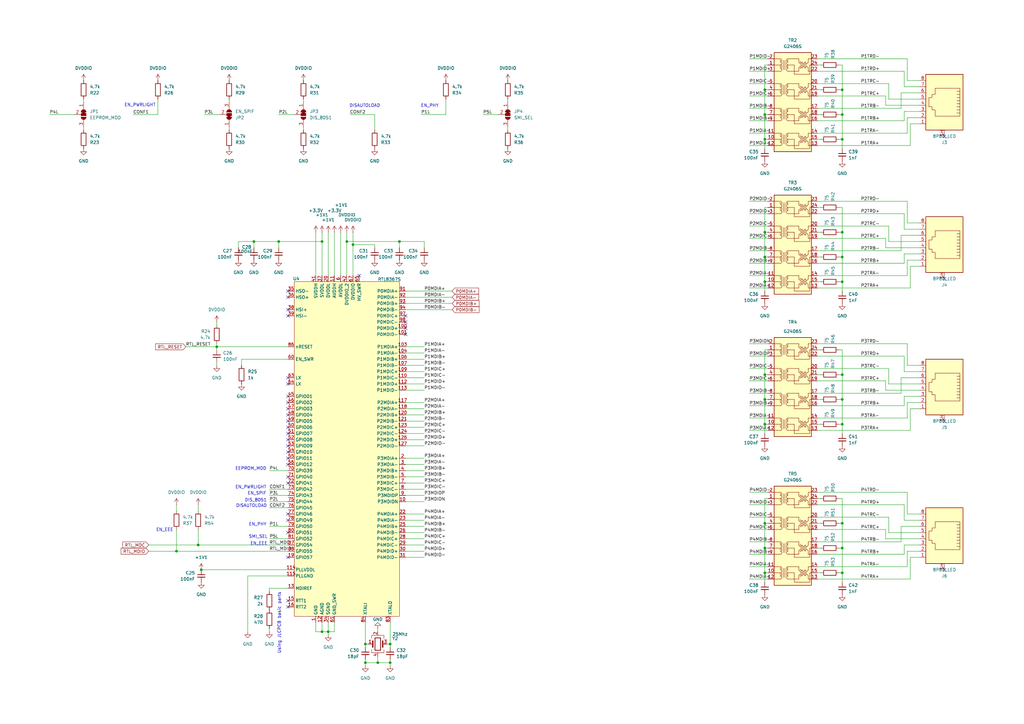
<source format=kicad_sch>
(kicad_sch (version 20231120) (generator "eeschema") (generator_version "8.0")
  (paper "A3")
  (title_block (title "Raspberry Pi 4 Port Gigabit Managed Switch") (date "2025-03-03") (company "Albrecht Lohofener"))
  (junction (at 345.44 95.25))
  (junction (at 313.69 214.63))
  (junction (at 149.86 271.78))
  (junction (at 160.02 271.78))
  (junction (at 345.44 105.41))
  (junction (at 345.44 46.99))
  (junction (at 82.55 233.68))
  (junction (at 313.69 36.83))
  (junction (at 313.69 115.57))
  (junction (at 142.24 99.06))
  (junction (at 88.9 142.24))
  (junction (at 104.14 99.06))
  (junction (at 313.69 173.99))
  (junction (at 81.28 223.52))
  (junction (at 345.44 173.99))
  (junction (at 345.44 214.63))
  (junction (at 313.69 224.79))
  (junction (at 132.08 259.08))
  (junction (at 313.69 95.25))
  (junction (at 345.44 57.15))
  (junction (at 114.3 99.06))
  (junction (at 345.44 163.83))
  (junction (at 134.62 259.08))
  (junction (at 313.69 57.15))
  (junction (at 345.44 36.83))
  (junction (at 313.69 234.95))
  (junction (at 154.94 271.78))
  (junction (at 72.39 226.06))
  (junction (at 149.86 264.16))
  (junction (at 345.44 224.79))
  (junction (at 313.69 153.67))
  (junction (at 345.44 115.57))
  (junction (at 345.44 234.95))
  (junction (at 132.08 99.06))
  (junction (at 160.02 264.16))
  (junction (at 345.44 153.67))
  (junction (at 313.69 46.99))
  (junction (at 144.78 100.33))
  (junction (at 163.83 99.06))
  (junction (at 313.69 105.41))
  (junction (at 313.69 163.83))
  (no_connect (at 118.11 162.56))
  (no_connect (at 118.11 119.38))
  (no_connect (at 118.11 187.96))
  (no_connect (at 118.11 167.64))
  (no_connect (at 118.11 190.5))
  (no_connect (at 118.11 198.12))
  (no_connect (at 118.11 157.48))
  (no_connect (at 387.35 233.68))
  (no_connect (at 118.11 218.44))
  (no_connect (at 118.11 121.92))
  (no_connect (at 387.35 114.3))
  (no_connect (at 118.11 228.6))
  (no_connect (at 387.35 55.88))
  (no_connect (at 118.11 195.58))
  (no_connect (at 118.11 213.36))
  (no_connect (at 166.37 129.54))
  (no_connect (at 118.11 246.38))
  (no_connect (at 387.35 172.72))
  (no_connect (at 118.11 172.72))
  (no_connect (at 147.32 113.03))
  (no_connect (at 118.11 165.1))
  (no_connect (at 118.11 180.34))
  (no_connect (at 166.37 137.16))
  (no_connect (at 118.11 154.94))
  (no_connect (at 118.11 175.26))
  (no_connect (at 118.11 129.54))
  (no_connect (at 118.11 248.92))
  (no_connect (at 166.37 134.62))
  (no_connect (at 118.11 210.82))
  (no_connect (at 166.37 132.08))
  (no_connect (at 118.11 177.8))
  (no_connect (at 118.11 127))
  (no_connect (at 118.11 185.42))
  (no_connect (at 118.11 182.88))
  (no_connect (at 118.11 170.18))
  (wire (pts (xy 344.17 57.15) (xy 345.44 57.15)))
  (wire (pts (xy 372.11 106.68) (xy 372.11 113.03)))
  (wire (pts (xy 364.49 157.48) (xy 377.19 157.48)))
  (wire (pts (xy 149.86 255.27) (xy 149.86 264.16)))
  (wire (pts (xy 370.84 93.98) (xy 377.19 93.98)))
  (wire (pts (xy 344.17 46.99) (xy 345.44 46.99)))
  (wire (pts (xy 173.99 190.5) (xy 166.37 190.5)))
  (wire (pts (xy 335.28 171.45) (xy 372.11 171.45)))
  (wire (pts (xy 369.57 96.52) (xy 369.57 102.87)))
  (wire (pts (xy 370.84 223.52) (xy 370.84 227.33)))
  (wire (pts (xy 132.08 99.06) (xy 132.08 113.03)))
  (wire (pts (xy 345.44 95.25) (xy 345.44 105.41)))
  (wire (pts (xy 173.99 149.86) (xy 166.37 149.86)))
  (wire (pts (xy 173.99 213.36) (xy 166.37 213.36)))
  (wire (pts (xy 182.88 40.64) (xy 182.88 46.99)))
  (wire (pts (xy 372.11 33.02) (xy 377.19 33.02)))
  (wire (pts (xy 137.16 259.08) (xy 137.16 255.27)))
  (wire (pts (xy 64.77 40.64) (xy 64.77 46.99)))
  (wire (pts (xy 114.3 46.99) (xy 120.65 46.99)))
  (wire (pts (xy 372.11 106.68) (xy 377.19 106.68)))
  (wire (pts (xy 173.99 195.58) (xy 166.37 195.58)))
  (wire (pts (xy 307.34 222.25) (xy 314.96 222.25)))
  (wire (pts (xy 307.34 237.49) (xy 314.96 237.49)))
  (wire (pts (xy 363.22 220.98) (xy 377.19 220.98)))
  (wire (pts (xy 335.28 227.33) (xy 370.84 227.33)))
  (wire (pts (xy 88.9 149.86) (xy 88.9 148.59)))
  (wire (pts (xy 335.28 176.53) (xy 373.38 176.53)))
  (wire (pts (xy 173.99 144.78) (xy 166.37 144.78)))
  (wire (pts (xy 173.99 215.9) (xy 166.37 215.9)))
  (wire (pts (xy 163.83 99.06) (xy 163.83 101.6)))
  (wire (pts (xy 363.22 39.37) (xy 363.22 43.18)))
  (wire (pts (xy 369.57 154.94) (xy 369.57 161.29)))
  (wire (pts (xy 153.67 46.99) (xy 153.67 53.34)))
  (wire (pts (xy 344.17 163.83) (xy 345.44 163.83)))
  (wire (pts (xy 307.34 212.09) (xy 314.96 212.09)))
  (wire (pts (xy 370.84 45.72) (xy 377.19 45.72)))
  (wire (pts (xy 88.9 142.24) (xy 118.11 142.24)))
  (wire (pts (xy 307.34 118.11) (xy 314.96 118.11)))
  (wire (pts (xy 134.62 95.25) (xy 134.62 113.03)))
  (wire (pts (xy 335.28 222.25) (xy 369.57 222.25)))
  (wire (pts (xy 313.69 234.95) (xy 314.96 234.95)))
  (wire (pts (xy 335.28 217.17) (xy 363.22 217.17)))
  (wire (pts (xy 370.84 45.72) (xy 370.84 49.53)))
  (wire (pts (xy 114.3 99.06) (xy 114.3 101.6)))
  (wire (pts (xy 373.38 167.64) (xy 377.19 167.64)))
  (wire (pts (xy 72.39 209.55) (xy 72.39 207.01)))
  (wire (pts (xy 313.69 46.99) (xy 313.69 57.15)))
  (wire (pts (xy 160.02 273.05) (xy 160.02 271.78)))
  (wire (pts (xy 372.11 226.06) (xy 372.11 232.41)))
  (wire (pts (xy 104.14 99.06) (xy 104.14 101.6)))
  (wire (pts (xy 335.28 146.05) (xy 370.84 146.05)))
  (wire (pts (xy 313.69 85.09) (xy 314.96 85.09)))
  (wire (pts (xy 370.84 207.01) (xy 370.84 213.36)))
  (wire (pts (xy 372.11 140.97) (xy 372.11 149.86)))
  (wire (pts (xy 335.28 163.83) (xy 336.55 163.83)))
  (wire (pts (xy 313.69 95.25) (xy 313.69 105.41)))
  (wire (pts (xy 335.28 234.95) (xy 336.55 234.95)))
  (wire (pts (xy 142.24 99.06) (xy 142.24 113.03)))
  (wire (pts (xy 134.62 255.27) (xy 134.62 259.08)))
  (wire (pts (xy 173.99 165.1) (xy 166.37 165.1)))
  (wire (pts (xy 134.62 259.08) (xy 137.16 259.08)))
  (wire (pts (xy 335.28 107.95) (xy 370.84 107.95)))
  (wire (pts (xy 104.14 99.06) (xy 114.3 99.06)))
  (wire (pts (xy 149.86 264.16) (xy 151.13 264.16)))
  (wire (pts (xy 60.96 223.52) (xy 81.28 223.52)))
  (wire (pts (xy 335.28 34.29) (xy 364.49 34.29)))
  (wire (pts (xy 335.28 29.21) (xy 370.84 29.21)))
  (wire (pts (xy 335.28 214.63) (xy 336.55 214.63)))
  (wire (pts (xy 154.94 269.24) (xy 154.94 271.78)))
  (wire (pts (xy 335.28 204.47) (xy 336.55 204.47)))
  (wire (pts (xy 313.69 143.51) (xy 313.69 153.67)))
  (wire (pts (xy 313.69 36.83) (xy 313.69 46.99)))
  (wire (pts (xy 173.99 177.8) (xy 166.37 177.8)))
  (wire (pts (xy 93.98 52.07) (xy 93.98 53.34)))
  (wire (pts (xy 88.9 142.24) (xy 88.9 143.51)))
  (wire (pts (xy 173.99 147.32) (xy 166.37 147.32)))
  (wire (pts (xy 143.51 46.99) (xy 153.67 46.99)))
  (wire (pts (xy 335.28 224.79) (xy 336.55 224.79)))
  (wire (pts (xy 335.28 57.15) (xy 336.55 57.15)))
  (wire (pts (xy 372.11 149.86) (xy 377.19 149.86)))
  (wire (pts (xy 313.69 173.99) (xy 314.96 173.99)))
  (wire (pts (xy 307.34 146.05) (xy 314.96 146.05)))
  (wire (pts (xy 185.42 127) (xy 166.37 127)))
  (wire (pts (xy 34.29 52.07) (xy 34.29 53.34)))
  (wire (pts (xy 307.34 82.55) (xy 314.96 82.55)))
  (wire (pts (xy 335.28 105.41) (xy 336.55 105.41)))
  (wire (pts (xy 335.28 232.41) (xy 372.11 232.41)))
  (wire (pts (xy 81.28 207.01) (xy 81.28 209.55)))
  (wire (pts (xy 101.6 236.22) (xy 118.11 236.22)))
  (wire (pts (xy 173.99 154.94) (xy 166.37 154.94)))
  (wire (pts (xy 345.44 214.63) (xy 345.44 224.79)))
  (wire (pts (xy 34.29 40.64) (xy 34.29 41.91)))
  (wire (pts (xy 208.28 40.64) (xy 208.28 41.91)))
  (wire (pts (xy 173.99 160.02) (xy 166.37 160.02)))
  (wire (pts (xy 82.55 233.68) (xy 118.11 233.68)))
  (wire (pts (xy 124.46 40.64) (xy 124.46 41.91)))
  (wire (pts (xy 344.17 224.79) (xy 345.44 224.79)))
  (wire (pts (xy 132.08 255.27) (xy 132.08 259.08)))
  (wire (pts (xy 72.39 217.17) (xy 72.39 226.06)))
  (wire (pts (xy 110.49 203.2) (xy 118.11 203.2)))
  (wire (pts (xy 144.78 100.33) (xy 144.78 113.03)))
  (wire (pts (xy 173.99 210.82) (xy 166.37 210.82)))
  (wire (pts (xy 110.49 205.74) (xy 118.11 205.74)))
  (wire (pts (xy 160.02 264.16) (xy 160.02 265.43)))
  (wire (pts (xy 372.11 48.26) (xy 377.19 48.26)))
  (wire (pts (xy 345.44 105.41) (xy 345.44 115.57)))
  (wire (pts (xy 370.84 35.56) (xy 377.19 35.56)))
  (wire (pts (xy 160.02 271.78) (xy 160.02 270.51)))
  (wire (pts (xy 335.28 166.37) (xy 370.84 166.37)))
  (wire (pts (xy 335.28 115.57) (xy 336.55 115.57)))
  (wire (pts (xy 99.06 147.32) (xy 118.11 147.32)))
  (wire (pts (xy 173.99 193.04) (xy 166.37 193.04)))
  (wire (pts (xy 173.99 170.18) (xy 166.37 170.18)))
  (wire (pts (xy 20.32 46.99) (xy 30.48 46.99)))
  (wire (pts (xy 335.28 95.25) (xy 336.55 95.25)))
  (wire (pts (xy 335.28 201.93) (xy 372.11 201.93)))
  (wire (pts (xy 173.99 172.72) (xy 166.37 172.72)))
  (wire (pts (xy 137.16 95.25) (xy 137.16 113.03)))
  (wire (pts (xy 345.44 36.83) (xy 345.44 46.99)))
  (wire (pts (xy 313.69 214.63) (xy 313.69 224.79)))
  (wire (pts (xy 372.11 24.13) (xy 372.11 33.02)))
  (wire (pts (xy 373.38 167.64) (xy 373.38 176.53)))
  (wire (pts (xy 370.84 213.36) (xy 377.19 213.36)))
  (wire (pts (xy 364.49 92.71) (xy 364.49 99.06)))
  (wire (pts (xy 313.69 163.83) (xy 314.96 163.83)))
  (wire (pts (xy 363.22 156.21) (xy 363.22 160.02)))
  (wire (pts (xy 372.11 82.55) (xy 372.11 91.44)))
  (wire (pts (xy 335.28 46.99) (xy 336.55 46.99)))
  (wire (pts (xy 370.84 162.56) (xy 370.84 166.37)))
  (wire (pts (xy 335.28 113.03) (xy 372.11 113.03)))
  (wire (pts (xy 173.99 180.34) (xy 166.37 180.34)))
  (wire (pts (xy 372.11 91.44) (xy 377.19 91.44)))
  (wire (pts (xy 313.69 26.67) (xy 313.69 36.83)))
  (wire (pts (xy 313.69 115.57) (xy 314.96 115.57)))
  (wire (pts (xy 307.34 92.71) (xy 314.96 92.71)))
  (wire (pts (xy 313.69 115.57) (xy 313.69 119.38)))
  (wire (pts (xy 173.99 157.48) (xy 166.37 157.48)))
  (wire (pts (xy 81.28 223.52) (xy 118.11 223.52)))
  (wire (pts (xy 369.57 215.9) (xy 377.19 215.9)))
  (wire (pts (xy 185.42 124.46) (xy 166.37 124.46)))
  (wire (pts (xy 345.44 115.57) (xy 345.44 119.38)))
  (wire (pts (xy 313.69 57.15) (xy 313.69 60.96)))
  (wire (pts (xy 160.02 255.27) (xy 160.02 264.16)))
  (wire (pts (xy 335.28 143.51) (xy 336.55 143.51)))
  (wire (pts (xy 344.17 85.09) (xy 345.44 85.09)))
  (wire (pts (xy 173.99 99.06) (xy 173.99 101.6)))
  (wire (pts (xy 144.78 100.33) (xy 153.67 100.33)))
  (wire (pts (xy 363.22 160.02) (xy 377.19 160.02)))
  (wire (pts (xy 110.49 241.3) (xy 110.49 242.57)))
  (wire (pts (xy 370.84 104.14) (xy 377.19 104.14)))
  (wire (pts (xy 364.49 40.64) (xy 377.19 40.64)))
  (wire (pts (xy 363.22 97.79) (xy 363.22 101.6)))
  (wire (pts (xy 60.96 226.06) (xy 72.39 226.06)))
  (wire (pts (xy 158.75 264.16) (xy 160.02 264.16)))
  (wire (pts (xy 345.44 46.99) (xy 345.44 57.15)))
  (wire (pts (xy 364.49 34.29) (xy 364.49 40.64)))
  (wire (pts (xy 313.69 204.47) (xy 314.96 204.47)))
  (wire (pts (xy 110.49 241.3) (xy 118.11 241.3)))
  (wire (pts (xy 307.34 54.61) (xy 314.96 54.61)))
  (wire (pts (xy 149.86 265.43) (xy 149.86 264.16)))
  (wire (pts (xy 173.99 167.64) (xy 166.37 167.64)))
  (wire (pts (xy 307.34 87.63) (xy 314.96 87.63)))
  (wire (pts (xy 372.11 210.82) (xy 377.19 210.82)))
  (wire (pts (xy 335.28 26.67) (xy 336.55 26.67)))
  (wire (pts (xy 335.28 54.61) (xy 372.11 54.61)))
  (wire (pts (xy 185.42 119.38) (xy 166.37 119.38)))
  (wire (pts (xy 345.44 173.99) (xy 345.44 177.8)))
  (wire (pts (xy 307.34 34.29) (xy 314.96 34.29)))
  (wire (pts (xy 335.28 151.13) (xy 364.49 151.13)))
  (wire (pts (xy 313.69 46.99) (xy 314.96 46.99)))
  (wire (pts (xy 370.84 29.21) (xy 370.84 35.56)))
  (wire (pts (xy 313.69 173.99) (xy 313.69 177.8)))
  (wire (pts (xy 153.67 100.33) (xy 153.67 101.6)))
  (wire (pts (xy 372.11 165.1) (xy 377.19 165.1)))
  (wire (pts (xy 166.37 121.92) (xy 185.42 121.92)))
  (wire (pts (xy 110.49 193.04) (xy 118.11 193.04)))
  (wire (pts (xy 173.99 228.6) (xy 166.37 228.6)))
  (wire (pts (xy 88.9 140.97) (xy 88.9 142.24)))
  (wire (pts (xy 345.44 204.47) (xy 345.44 214.63)))
  (wire (pts (xy 313.69 214.63) (xy 314.96 214.63)))
  (wire (pts (xy 173.99 218.44) (xy 166.37 218.44)))
  (wire (pts (xy 172.72 46.99) (xy 182.88 46.99)))
  (wire (pts (xy 173.99 205.74) (xy 166.37 205.74)))
  (wire (pts (xy 335.28 102.87) (xy 369.57 102.87)))
  (wire (pts (xy 110.49 220.98) (xy 118.11 220.98)))
  (wire (pts (xy 101.6 259.08) (xy 101.6 236.22)))
  (wire (pts (xy 335.28 82.55) (xy 372.11 82.55)))
  (wire (pts (xy 335.28 140.97) (xy 372.11 140.97)))
  (wire (pts (xy 307.34 44.45) (xy 314.96 44.45)))
  (wire (pts (xy 313.69 224.79) (xy 314.96 224.79)))
  (wire (pts (xy 373.38 228.6) (xy 377.19 228.6)))
  (wire (pts (xy 335.28 156.21) (xy 363.22 156.21)))
  (wire (pts (xy 344.17 214.63) (xy 345.44 214.63)))
  (wire (pts (xy 372.11 165.1) (xy 372.11 171.45)))
  (wire (pts (xy 208.28 52.07) (xy 208.28 53.34)))
  (wire (pts (xy 335.28 92.71) (xy 364.49 92.71)))
  (wire (pts (xy 369.57 154.94) (xy 377.19 154.94)))
  (wire (pts (xy 129.54 259.08) (xy 132.08 259.08)))
  (wire (pts (xy 313.69 105.41) (xy 314.96 105.41)))
  (wire (pts (xy 307.34 171.45) (xy 314.96 171.45)))
  (wire (pts (xy 370.84 223.52) (xy 377.19 223.52)))
  (wire (pts (xy 345.44 153.67) (xy 345.44 163.83)))
  (wire (pts (xy 370.84 146.05) (xy 370.84 152.4)))
  (wire (pts (xy 149.86 271.78) (xy 149.86 270.51)))
  (wire (pts (xy 81.28 217.17) (xy 81.28 223.52)))
  (wire (pts (xy 173.99 223.52) (xy 166.37 223.52)))
  (wire (pts (xy 54.61 46.99) (xy 64.77 46.99)))
  (wire (pts (xy 83.82 46.99) (xy 90.17 46.99)))
  (wire (pts (xy 344.17 143.51) (xy 345.44 143.51)))
  (wire (pts (xy 369.57 96.52) (xy 377.19 96.52)))
  (wire (pts (xy 364.49 212.09) (xy 364.49 218.44)))
  (wire (pts (xy 307.34 176.53) (xy 314.96 176.53)))
  (wire (pts (xy 373.38 50.8) (xy 373.38 59.69)))
  (wire (pts (xy 307.34 140.97) (xy 314.96 140.97)))
  (wire (pts (xy 372.11 226.06) (xy 377.19 226.06)))
  (wire (pts (xy 344.17 95.25) (xy 345.44 95.25)))
  (wire (pts (xy 313.69 234.95) (xy 313.69 238.76)))
  (wire (pts (xy 364.49 218.44) (xy 377.19 218.44)))
  (wire (pts (xy 129.54 255.27) (xy 129.54 259.08)))
  (wire (pts (xy 163.83 99.06) (xy 173.99 99.06)))
  (wire (pts (xy 345.44 26.67) (xy 345.44 36.83)))
  (wire (pts (xy 369.57 215.9) (xy 369.57 222.25)))
  (wire (pts (xy 307.34 166.37) (xy 314.96 166.37)))
  (wire (pts (xy 110.49 200.66) (xy 118.11 200.66)))
  (wire (pts (xy 335.28 212.09) (xy 364.49 212.09)))
  (wire (pts (xy 364.49 151.13) (xy 364.49 157.48)))
  (wire (pts (xy 344.17 115.57) (xy 345.44 115.57)))
  (wire (pts (xy 76.2 142.24) (xy 88.9 142.24)))
  (wire (pts (xy 139.7 95.25) (xy 139.7 113.03)))
  (wire (pts (xy 313.69 26.67) (xy 314.96 26.67)))
  (wire (pts (xy 173.99 142.24) (xy 166.37 142.24)))
  (wire (pts (xy 313.69 204.47) (xy 313.69 214.63)))
  (wire (pts (xy 173.99 220.98) (xy 166.37 220.98)))
  (wire (pts (xy 313.69 105.41) (xy 313.69 115.57)))
  (wire (pts (xy 173.99 198.12) (xy 166.37 198.12)))
  (wire (pts (xy 369.57 38.1) (xy 377.19 38.1)))
  (wire (pts (xy 198.12 46.99) (xy 204.47 46.99)))
  (wire (pts (xy 372.11 201.93) (xy 372.11 210.82)))
  (wire (pts (xy 154.94 257.81) (xy 154.94 259.08)))
  (wire (pts (xy 335.28 44.45) (xy 369.57 44.45)))
  (wire (pts (xy 307.34 113.03) (xy 314.96 113.03)))
  (wire (pts (xy 307.34 201.93) (xy 314.96 201.93)))
  (wire (pts (xy 370.84 104.14) (xy 370.84 107.95)))
  (wire (pts (xy 313.69 224.79) (xy 313.69 234.95)))
  (wire (pts (xy 307.34 24.13) (xy 314.96 24.13)))
  (wire (pts (xy 173.99 200.66) (xy 166.37 200.66)))
  (wire (pts (xy 154.94 271.78) (xy 149.86 271.78)))
  (wire (pts (xy 335.28 237.49) (xy 373.38 237.49)))
  (wire (pts (xy 132.08 259.08) (xy 134.62 259.08)))
  (wire (pts (xy 363.22 43.18) (xy 377.19 43.18)))
  (wire (pts (xy 124.46 52.07) (xy 124.46 53.34)))
  (wire (pts (xy 307.34 107.95) (xy 314.96 107.95)))
  (wire (pts (xy 173.99 182.88) (xy 166.37 182.88)))
  (wire (pts (xy 370.84 152.4) (xy 377.19 152.4)))
  (wire (pts (xy 307.34 227.33) (xy 314.96 227.33)))
  (wire (pts (xy 307.34 161.29) (xy 314.96 161.29)))
  (wire (pts (xy 149.86 273.05) (xy 149.86 271.78)))
  (wire (pts (xy 307.34 29.21) (xy 314.96 29.21)))
  (wire (pts (xy 88.9 132.08) (xy 88.9 133.35)))
  (wire (pts (xy 345.44 57.15) (xy 345.44 60.96)))
  (wire (pts (xy 335.28 161.29) (xy 369.57 161.29)))
  (wire (pts (xy 363.22 101.6) (xy 377.19 101.6)))
  (wire (pts (xy 335.28 153.67) (xy 336.55 153.67)))
  (wire (pts (xy 345.44 234.95) (xy 345.44 238.76)))
  (wire (pts (xy 173.99 187.96) (xy 166.37 187.96)))
  (wire (pts (xy 335.28 39.37) (xy 363.22 39.37)))
  (wire (pts (xy 373.38 228.6) (xy 373.38 237.49)))
  (wire (pts (xy 335.28 24.13) (xy 372.11 24.13)))
  (wire (pts (xy 344.17 173.99) (xy 345.44 173.99)))
  (wire (pts (xy 344.17 234.95) (xy 345.44 234.95)))
  (wire (pts (xy 363.22 217.17) (xy 363.22 220.98)))
  (wire (pts (xy 335.28 207.01) (xy 370.84 207.01)))
  (wire (pts (xy 142.24 99.06) (xy 163.83 99.06)))
  (wire (pts (xy 373.38 109.22) (xy 373.38 118.11)))
  (wire (pts (xy 313.69 57.15) (xy 314.96 57.15)))
  (wire (pts (xy 369.57 38.1) (xy 369.57 44.45)))
  (wire (pts (xy 307.34 156.21) (xy 314.96 156.21)))
  (wire (pts (xy 132.08 95.25) (xy 132.08 99.06)))
  (wire (pts (xy 142.24 95.25) (xy 142.24 99.06)))
  (wire (pts (xy 110.49 257.81) (xy 110.49 259.08)))
  (wire (pts (xy 307.34 151.13) (xy 314.96 151.13)))
  (wire (pts (xy 129.54 95.25) (xy 129.54 113.03)))
  (wire (pts (xy 373.38 109.22) (xy 377.19 109.22)))
  (wire (pts (xy 307.34 102.87) (xy 314.96 102.87)))
  (wire (pts (xy 345.44 85.09) (xy 345.44 95.25)))
  (wire (pts (xy 144.78 95.25) (xy 144.78 100.33)))
  (wire (pts (xy 335.28 49.53) (xy 370.84 49.53)))
  (wire (pts (xy 97.79 99.06) (xy 97.79 101.6)))
  (wire (pts (xy 364.49 99.06) (xy 377.19 99.06)))
  (wire (pts (xy 345.44 143.51) (xy 345.44 153.67)))
  (wire (pts (xy 307.34 232.41) (xy 314.96 232.41)))
  (wire (pts (xy 313.69 85.09) (xy 313.69 95.25)))
  (wire (pts (xy 110.49 208.28) (xy 118.11 208.28)))
  (wire (pts (xy 344.17 36.83) (xy 345.44 36.83)))
  (wire (pts (xy 335.28 97.79) (xy 363.22 97.79)))
  (wire (pts (xy 93.98 40.64) (xy 93.98 41.91)))
  (wire (pts (xy 335.28 59.69) (xy 373.38 59.69)))
  (wire (pts (xy 173.99 175.26) (xy 166.37 175.26)))
  (wire (pts (xy 313.69 95.25) (xy 314.96 95.25)))
  (wire (pts (xy 345.44 163.83) (xy 345.44 173.99)))
  (wire (pts (xy 154.94 271.78) (xy 160.02 271.78)))
  (wire (pts (xy 313.69 143.51) (xy 314.96 143.51)))
  (wire (pts (xy 114.3 99.06) (xy 132.08 99.06)))
  (wire (pts (xy 370.84 87.63) (xy 370.84 93.98)))
  (wire (pts (xy 134.62 259.08) (xy 134.62 260.35)))
  (wire (pts (xy 335.28 85.09) (xy 336.55 85.09)))
  (wire (pts (xy 344.17 105.41) (xy 345.44 105.41)))
  (wire (pts (xy 307.34 39.37) (xy 314.96 39.37)))
  (wire (pts (xy 173.99 152.4) (xy 166.37 152.4)))
  (wire (pts (xy 370.84 162.56) (xy 377.19 162.56)))
  (wire (pts (xy 335.28 36.83) (xy 336.55 36.83)))
  (wire (pts (xy 313.69 153.67) (xy 314.96 153.67)))
  (wire (pts (xy 307.34 97.79) (xy 314.96 97.79)))
  (wire (pts (xy 307.34 49.53) (xy 314.96 49.53)))
  (wire (pts (xy 345.44 224.79) (xy 345.44 234.95)))
  (wire (pts (xy 110.49 215.9) (xy 118.11 215.9)))
  (wire (pts (xy 173.99 203.2) (xy 166.37 203.2)))
  (wire (pts (xy 313.69 36.83) (xy 314.96 36.83)))
  (wire (pts (xy 307.34 207.01) (xy 314.96 207.01)))
  (wire (pts (xy 335.28 87.63) (xy 370.84 87.63)))
  (wire (pts (xy 99.06 147.32) (xy 99.06 149.86)))
  (wire (pts (xy 344.17 153.67) (xy 345.44 153.67)))
  (wire (pts (xy 307.34 217.17) (xy 314.96 217.17)))
  (wire (pts (xy 173.99 226.06) (xy 166.37 226.06)))
  (wire (pts (xy 344.17 26.67) (xy 345.44 26.67)))
  (wire (pts (xy 344.17 204.47) (xy 345.44 204.47)))
  (wire (pts (xy 313.69 163.83) (xy 313.69 173.99)))
  (wire (pts (xy 313.69 153.67) (xy 313.69 163.83)))
  (wire (pts (xy 97.79 99.06) (xy 104.14 99.06)))
  (wire (pts (xy 372.11 48.26) (xy 372.11 54.61)))
  (wire (pts (xy 373.38 50.8) (xy 377.19 50.8)))
  (wire (pts (xy 72.39 226.06) (xy 118.11 226.06)))
  (wire (pts (xy 307.34 59.69) (xy 314.96 59.69)))
  (wire (pts (xy 335.28 173.99) (xy 336.55 173.99)))
  (wire (pts (xy 335.28 118.11) (xy 373.38 118.11)))
  (text "DIS_8051" (at 104.902 205.232 0) (effects (font (size 1.27 1.27))))
  (text "EN_EEE" (at 106.172 223.012 0) (effects (font (size 1.27 1.27))))
  (text "EEPROM_MOD" (at 102.87 192.278 0) (effects (font (size 1.27 1.27))))
  (text "Using JLCPCB basic parts" (at 114.554 255.524 90) (effects (font (size 1.27 1.27))))
  (text "EN_EEE" (at 67.564 217.424 0) (effects (font (size 1.27 1.27))))
  (text "EN_PWRLIGHT" (at 102.87 199.898 0) (effects (font (size 1.27 1.27))))
  (text "SMI_SEL" (at 105.918 220.218 0) (effects (font (size 1.27 1.27))))
  (text "EN_SPIF" (at 105.41 202.438 0) (effects (font (size 1.27 1.27))))
  (text "DISAUTOLOAD" (at 103.124 207.518 0) (effects (font (size 1.27 1.27))))
  (text "EN_PHY" (at 105.664 215.138 0) (effects (font (size 1.27 1.27))))
  (text "DISAUTOLOAD" (at 149.606 43.434 0) (effects (font (size 1.27 1.27))))
  (text "EN_PWRLIGHT" (at 57.404 43.18 0) (effects (font (size 1.27 1.27))))
  (text "EN_PHY" (at 176.276 43.434 0) (effects (font (size 1.27 1.27))))
  (label "P4TRC+" (at 353.06 217.17 0))
  (label "P1MDIB-" (at 173.99 149.86 0))
  (label "P4TRC-" (at 353.06 212.09 0))
  (label "P2MDIB-" (at 173.99 172.72 0))
  (label "P1MDIA-" (at 173.99 144.78 0))
  (label "P3MDIB+" (at 307.34 166.37 0))
  (label "P1TRC-" (at 353.06 34.29 0))
  (label "P1MDIC-" (at 307.34 34.29 0))
  (label "P1TRA-" (at 353.06 54.61 0))
  (label "P2TRC+" (at 353.06 97.79 0))
  (label "P2MDID-" (at 173.99 182.88 0))
  (label "P1MDID+" (at 173.99 157.48 0))
  (label "P1MDID-" (at 173.99 160.02 0))
  (label "P1TRA+" (at 353.06 59.69 0))
  (label "P3MDIA-" (at 307.34 171.45 0))
  (label "P2TRA+" (at 353.06 118.11 0))
  (label "P2MDIB+" (at 307.34 107.95 0))
  (label "P5L" (at 198.12 46.99 0))
  (label "P3TRB-" (at 353.06 161.29 0))
  (label "P3L" (at 83.82 46.99 0))
  (label "P4TRB+" (at 353.06 227.33 0))
  (label "P3TRC+" (at 353.06 156.21 0))
  (label "P4L" (at 20.32 46.99 0))
  (label "P4MDIA+" (at 173.99 210.82 0))
  (label "P3TRD-" (at 353.06 140.97 0))
  (label "P4MDIC+" (at 173.99 220.98 0))
  (label "P3MDIB+" (at 173.99 193.04 0))
  (label "RTL_MDIO" (at 110.49 226.06 0))
  (label "P2TRA-" (at 353.06 113.03 0))
  (label "P2TRB+" (at 353.06 107.95 0))
  (label "P4MDIB-" (at 307.34 222.25 0))
  (label "P3TRB+" (at 353.06 166.37 0))
  (label "P0MDIA+" (at 173.99 119.38 0))
  (label "P4TRD-" (at 353.06 201.93 0))
  (label "P4MDID+" (at 307.34 207.01 0))
  (label "P0MDIB+" (at 173.99 124.46 0))
  (label "RTL_MDC" (at 110.49 223.52 0))
  (label "P4MDIA-" (at 307.34 232.41 0))
  (label "P2L" (at 110.49 205.74 0))
  (label "P3TRC-" (at 353.06 151.13 0))
  (label "P4L" (at 110.49 193.04 0))
  (label "P2MDIA-" (at 173.99 167.64 0))
  (label "P4MDIA+" (at 307.34 237.49 0))
  (label "CONF2" (at 110.49 208.28 0))
  (label "P1TRB+" (at 353.06 49.53 0))
  (label "CONF2" (at 143.51 46.99 0))
  (label "P1TRD+" (at 353.06 29.21 0))
  (label "P2MDID-" (at 307.34 82.55 0))
  (label "P3MDIC-" (at 307.34 151.13 0))
  (label "P3MDIA+" (at 307.34 176.53 0))
  (label "P2MDIC-" (at 173.99 177.8 0))
  (label "P1MDIC+" (at 307.34 39.37 0))
  (label "P3MDIDP" (at 307.34 146.05 0))
  (label "P3MDIB-" (at 307.34 161.29 0))
  (label "P1TRC+" (at 353.06 39.37 0))
  (label "P1MDIA+" (at 307.34 59.69 0))
  (label "P3L" (at 110.49 203.2 0))
  (label "P4MDIB+" (at 173.99 215.9 0))
  (label "P3MDIDN" (at 307.34 140.97 0))
  (label "P3MDIB-" (at 173.99 195.58 0))
  (label "P4MDID+" (at 173.99 226.06 0))
  (label "CONF1" (at 54.61 46.99 0))
  (label "P4MDIB-" (at 173.99 218.44 0))
  (label "P1TRB-" (at 353.06 44.45 0))
  (label "P3TRD+" (at 353.06 146.05 0))
  (label "P0MDIB-" (at 173.99 127 0))
  (label "P2MDIC+" (at 173.99 175.26 0))
  (label "P2MDIB+" (at 173.99 170.18 0))
  (label "P4TRA-" (at 353.06 232.41 0))
  (label "P3MDIC-" (at 173.99 200.66 0))
  (label "P3TRA-" (at 353.06 171.45 0))
  (label "P3MDIA-" (at 173.99 190.5 0))
  (label "P3MDIDP" (at 173.99 203.2 0))
  (label "P2TRC-" (at 353.06 92.71 0))
  (label "P1MDIC-" (at 173.99 154.94 0))
  (label "P4MDIC-" (at 173.99 223.52 0))
  (label "P2MDIA+" (at 173.99 165.1 0))
  (label "P4TRD+" (at 353.06 207.01 0))
  (label "P4MDID-" (at 173.99 228.6 0))
  (label "P1MDIA+" (at 173.99 142.24 0))
  (label "P1L" (at 172.72 46.99 0))
  (label "P2MDID+" (at 307.34 87.63 0))
  (label "P1TRD-" (at 353.06 24.13 0))
  (label "P5L" (at 110.49 220.98 0))
  (label "P1MDIB-" (at 307.34 44.45 0))
  (label "P4MDIB+" (at 307.34 227.33 0))
  (label "CONF1" (at 110.49 200.66 0))
  (label "P1L" (at 110.49 215.9 0))
  (label "P1MDIB+" (at 173.99 147.32 0))
  (label "P2TRD+" (at 353.06 87.63 0))
  (label "P2L" (at 114.3 46.99 0))
  (label "P1MDID+" (at 307.34 29.21 0))
  (label "P4MDID-" (at 307.34 201.93 0))
  (label "P3TRA+" (at 353.06 176.53 0))
  (label "P2MDIB-" (at 307.34 102.87 0))
  (label "P2TRD-" (at 353.06 82.55 0))
  (label "P2MDID+" (at 173.99 180.34 0))
  (label "P1MDIC+" (at 173.99 152.4 0))
  (label "P3MDIC+" (at 307.34 156.21 0))
  (label "P4TRB-" (at 353.06 222.25 0))
  (label "P4MDIC-" (at 307.34 212.09 0))
  (label "P1MDIB+" (at 307.34 49.53 0))
  (label "P4TRA+" (at 353.06 237.49 0))
  (label "P3MDIA+" (at 173.99 187.96 0))
  (label "P1MDID-" (at 307.34 24.13 0))
  (label "P1MDIA-" (at 307.34 54.61 0))
  (label "P4MDIC+" (at 307.34 217.17 0))
  (label "P2MDIA-" (at 307.34 113.03 0))
  (label "P2MDIA+" (at 307.34 118.11 0))
  (label "RTL_RESET" (at 76.2 142.24 0))
  (label "P2MDIC-" (at 307.34 92.71 0))
  (label "P2MDIC+" (at 307.34 97.79 0))
  (label "P2TRB-" (at 353.06 102.87 0))
  (label "P4MDIA-" (at 173.99 213.36 0))
  (label "P0MDIA-" (at 173.99 121.92 0))
  (label "P3MDIC+" (at 173.99 198.12 0))
  (label "P3MDIDN" (at 173.99 205.74 0))
  (global_label "P0MDIA-" (shape input) (at 185.42 121.92 0) (property "Intersheetrefs" "${INTERSHEET_REFS}" (effects (hide yes))))
  (global_label "RTL_MDIO" (shape input) (at 60.96 226.06 180) (property "Intersheetrefs" "${INTERSHEET_REFS}" (effects (hide yes))))
  (global_label "P0MDIB+" (shape input) (at 185.42 124.46 0) (property "Intersheetrefs" "${INTERSHEET_REFS}" (effects (hide yes))))
  (global_label "RTL_MDC" (shape input) (at 60.96 223.52 180) (property "Intersheetrefs" "${INTERSHEET_REFS}" (effects (hide yes))))
  (global_label "RTL_RESET" (shape input) (at 76.2 142.24 180) (property "Intersheetrefs" "${INTERSHEET_REFS}" (effects (hide yes))))
  (global_label "P0MDIB-" (shape input) (at 185.42 127 0) (property "Intersheetrefs" "${INTERSHEET_REFS}" (effects (hide yes))))
  (global_label "P0MDIA+" (shape input) (at 185.42 119.38 0) (property "Intersheetrefs" "${INTERSHEET_REFS}" (effects (hide yes))))
  (symbol (lib_id "power:GND") (at 208.28 60.96 0) (unit 1)
    (property "Reference" "#PWR093" (effects (hide yes)))
    (property "Value" "GND" (at 208.28 66.04 0))
    (property "Description" "Power symbol creates a global label with name \"GND\" , ground" (effects (hide yes)))
  )
  (symbol (lib_id "Connector:8P8C_Shielded") (at 387.35 101.6 0) (mirror y) (unit 1)
    (property "Reference" "J4" (at 387.35 116.84 0))
    (property "Value" "8P8C_LED" (at 387.35 114.3 0))
    (property "Footprint" "Library:Heling MJ88-B211-JRS3" (effects (hide yes)))
    (property "Description" "RJ connector, 8P8C (8 positions 8 connected), RJ31/RJ32/RJ33/RJ34/RJ35/RJ41/RJ45/RJ49/RJ61, Shielded" (effects (hide yes)))
    (property "LCSC Part #" "C2895614" (effects (hide yes)))
    (property "Height" "12" (effects (hide yes)))
    (property "Part" "MJ88-B211-JRS3" (effects (hide yes)))
    (property "Shop" "https://www.lcsc.com/product-detail/Ethernet-Connectors-Modular-Connectors-RJ45-RJ11_Heling-MJ88-B211-JRS3_C2895614.html" (effects (hide yes)))
    (property "FT Position Offset" "4.445,-6.985," (effects (hide yes)))
  )
  (symbol (lib_id "power:GND") (at 345.44 66.04 0) (unit 1)
    (property "Reference" "#PWR099" (effects (hide yes)))
    (property "Value" "GND" (at 345.44 71.12 0))
    (property "Description" "Power symbol creates a global label with name \"GND\" , ground" (effects (hide yes)))
  )
  (symbol (lib_id "Device:R") (at 64.77 36.83 0) (mirror x) (unit 1)
    (property "Reference" "R26" (at 67.31 38.1001 0) (effects (justify left)))
    (property "Value" "4.7k" (at 67.31 35.5601 0) (effects (justify left)))
    (property "Footprint" "Resistor_SMD:R_0402_1005Metric" (effects (hide yes)))
    (property "Description" "Resistor" (effects (hide yes)))
    (property "LCSC Part #" "C25900" (effects (hide yes)))
  )
  (symbol (lib_id "Device:R") (at 34.29 57.15 0) (mirror x) (unit 1)
    (property "Reference" "R23" (at 36.83 58.4201 0) (effects (justify left)))
    (property "Value" "4.7k" (at 36.83 55.8801 0) (effects (justify left)))
    (property "Footprint" "Resistor_SMD:R_0402_1005Metric" (effects (hide yes)))
    (property "Description" "Resistor" (effects (hide yes)))
    (property "LCSC Part #" "C25900" (effects (hide yes)))
  )
  (symbol (lib_id "power:GND") (at 99.06 157.48 0) (unit 1)
    (property "Reference" "#PWR066" (effects (hide yes)))
    (property "Value" "GND" (at 99.06 162.56 0))
    (property "Description" "Power symbol creates a global label with name \"GND\" , ground" (effects (hide yes)))
  )
  (symbol (lib_id "Transformer:30F-51NL") (at 325.12 158.75 0) (unit 1)
    (property "Reference" "TR4" (at 325.12 132.08 0))
    (property "Value" "G2406S" (at 325.12 135.89 0))
    (property "Footprint" "Library:G2406S" (effects (hide yes)))
    (property "Datasheet" "https://wmsc.lcsc.com/wmsc/upload/file/pdf/v2/lcsc/2303071601_CND-tek-G2406S_C507595.pdf" (effects (hide yes)))
    (property "Description" "1CT:1CT 10/100/1000 Base-T Ethernet Transformer, SMD-24" (effects (hide yes)))
    (property "LCSC Part #" "C507595" (effects (hide yes)))
    (property "Part" "G2406S" (effects (hide yes)))
    (property "Shop" "https://www.lcsc.com/product-detail/RJ45-Transformer_CND-tek-G2406S_C507595.html" (effects (hide yes)))
    (property "FT Rotation Offset" "-90" (effects (hide yes)))
    (property "FT Position Offset" "4.381,-5.5245" (effects (hide yes)))
  )
  (symbol (lib_id "Device:R") (at 340.36 57.15 270) (mirror x) (unit 1)
    (property "Reference" "R41" (at 341.6301 54.61 0) (effects (justify left)))
    (property "Value" "75" (at 339.0901 54.61 0) (effects (justify left)))
    (property "Footprint" "Resistor_SMD:R_0603_1608Metric" (effects (hide yes)))
    (property "Description" "Resistor" (effects (hide yes)))
    (property "LCSC Part #" "C4275" (effects (hide yes)))
    (property "Part" "R 75Ω 125mW 1% 0603" (effects (hide yes)))
    (property "Shop" "https://store.comet.bg/Catalogue/Product/35534/" (effects (hide yes)))
  )
  (symbol (lib_id "Device:C_Small") (at 313.69 63.5 0) (mirror y) (unit 1)
    (property "Reference" "C35" (at 311.15 62.2362 0) (effects (justify left)))
    (property "Value" "100nF" (at 311.15 64.7762 0) (effects (justify left)))
    (property "Footprint" "Capacitor_SMD:C_0603_1608Metric" (effects (hide yes)))
    (property "Description" "Unpolarized capacitor, small symbol" (effects (hide yes)))
    (property "LCSC Part #" "C14663" (effects (hide yes)))
    (property "Part" "50V 100nF X7R ±10% 0603" (effects (hide yes)))
  )
  (symbol (lib_id "Jumper:SolderJumper_3_Bridged12") (at 34.29 46.99 270) (unit 1) (exclude_from_sim yes) (in_bom no)
    (property "Reference" "JP1" (at 36.83 45.7199 90) (effects (justify left)))
    (property "Value" "EEPROM_MOD" (at 36.83 48.2599 90) (effects (justify left)))
    (property "Footprint" "Jumper:SolderJumper-3_P1.3mm_Bridged12_RoundedPad1.0x1.5mm" (effects (hide yes)))
    (property "Description" "3-pole Solder Jumper, pins 1+2 closed/bridged" (effects (hide yes)))
  )
  (symbol (lib_id "Jumper:SolderJumper_3_Bridged12") (at 124.46 46.99 270) (unit 1) (exclude_from_sim yes) (in_bom no)
    (property "Reference" "JP3" (at 127 45.7199 90) (effects (justify left)))
    (property "Value" "DIS_8051" (at 127 48.2599 90) (effects (justify left)))
    (property "Footprint" "Jumper:SolderJumper-3_P1.3mm_Bridged12_RoundedPad1.0x1.5mm" (effects (hide yes)))
    (property "Description" "3-pole Solder Jumper, pins 1+2 closed/bridged" (effects (hide yes)))
  )
  (symbol (lib_id "power:GND") (at 149.86 273.05 0) (unit 1)
    (property "Reference" "#PWR082" (effects (hide yes)))
    (property "Value" "GND" (at 149.86 278.13 0))
    (property "Description" "Power symbol creates a global label with name \"GND\" , ground" (effects (hide yes)))
  )
  (symbol (lib_id "Device:R") (at 34.29 36.83 0) (mirror x) (unit 1)
    (property "Reference" "R22" (at 36.83 38.1001 0) (effects (justify left)))
    (property "Value" "4.7k" (at 36.83 35.5601 0) (effects (justify left)))
    (property "Footprint" "Resistor_SMD:R_0402_1005Metric" (effects (hide yes)))
    (property "Description" "Resistor" (effects (hide yes)))
    (property "LCSC Part #" "C25900" (effects (hide yes)))
  )
  (symbol (lib_id "power:GND") (at 313.69 182.88 0) (unit 1)
    (property "Reference" "#PWR097" (effects (hide yes)))
    (property "Value" "GND" (at 313.69 187.96 0))
    (property "Description" "Power symbol creates a global label with name \"GND\" , ground" (effects (hide yes)))
  )
  (symbol (lib_id "Device:R") (at 99.06 153.67 0) (unit 1)
    (property "Reference" "R25" (at 101.6 152.3999 0) (effects (justify left)))
    (property "Value" "1k" (at 101.6 154.9399 0) (effects (justify left)))
    (property "Footprint" "Resistor_SMD:R_0603_1608Metric" (effects (hide yes)))
    (property "Description" "Resistor" (effects (hide yes)))
    (property "LCSC Part #" "C21190" (effects (hide yes)))
    (property "Part" "R 1kΩ 125mW 1% 0603" (effects (hide yes)))
    (property "Shop" "https://store.comet.bg/Catalogue/Product/4405/" (effects (hide yes)))
  )
  (symbol (lib_id "Device:C_Small") (at 313.69 121.92 0) (mirror y) (unit 1)
    (property "Reference" "C36" (at 311.15 120.6562 0) (effects (justify left)))
    (property "Value" "100nF" (at 311.15 123.1962 0) (effects (justify left)))
    (property "Footprint" "Capacitor_SMD:C_0603_1608Metric" (effects (hide yes)))
    (property "Description" "Unpolarized capacitor, small symbol" (effects (hide yes)))
    (property "LCSC Part #" "C14663" (effects (hide yes)))
    (property "Part" "50V 100nF X7R ±10% 0603" (effects (hide yes)))
  )
  (symbol (lib_id "power:GND") (at 88.9 149.86 0) (unit 1)
    (property "Reference" "#PWR064" (effects (hide yes)))
    (property "Value" "GND" (at 88.9 154.94 0))
    (property "Description" "Power symbol creates a global label with name \"GND\" , ground" (effects (hide yes)))
  )
  (symbol (lib_id "power:VBUS") (at 34.29 33.02 0) (unit 1)
    (property "Reference" "#PWR059" (effects (hide yes)))
    (property "Value" "DVDDIO" (at 34.29 27.94 0))
    (property "Description" "Power symbol creates a global label with name \"VBUS\"" (effects (hide yes)))
  )
  (symbol (lib_id "power:+3.3V") (at 137.16 95.25 0) (unit 1)
    (property "Reference" "#PWR078" (effects (hide yes)))
    (property "Value" "+3.3V" (at 137.16 86.36 0))
    (property "Description" "Power symbol creates a global label with name \"+3.3V\"" (effects (hide yes)))
  )
  (symbol (lib_id "power:VBUS") (at 182.88 33.02 0) (unit 1)
    (property "Reference" "#PWR091" (effects (hide yes)))
    (property "Value" "DVDDIO" (at 182.88 27.94 0))
    (property "Description" "Power symbol creates a global label with name \"VBUS\"" (effects (hide yes)))
  )
  (symbol (lib_id "Device:C_Small") (at 345.44 241.3 0) (unit 1)
    (property "Reference" "C42" (at 347.98 240.0362 0) (effects (justify left)))
    (property "Value" "1nF" (at 347.98 242.5762 0) (effects (justify left)))
    (property "Footprint" "Capacitor_SMD:C_0603_1608Metric" (effects (hide yes)))
    (property "Description" "Unpolarized capacitor, small symbol" (effects (hide yes)))
    (property "LCSC Part #" "C1588" (effects (hide yes)))
    (property "Part" "50V 1nF X7R ±10% 0603" (effects (hide yes)))
  )
  (symbol (lib_id "Device:R") (at 153.67 57.15 0) (mirror x) (unit 1)
    (property "Reference" "R33" (at 156.21 58.4201 0) (effects (justify left)))
    (property "Value" "4.7k" (at 156.21 55.8801 0) (effects (justify left)))
    (property "Footprint" "Resistor_SMD:R_0402_1005Metric" (effects (hide yes)))
    (property "Description" "Resistor" (effects (hide yes)))
    (property "LCSC Part #" "C25900" (effects (hide yes)))
  )
  (symbol (lib_id "Device:R") (at 340.36 214.63 270) (mirror x) (unit 1)
    (property "Reference" "R51" (at 341.6301 212.09 0) (effects (justify left)))
    (property "Value" "75" (at 339.0901 212.09 0) (effects (justify left)))
    (property "Footprint" "Resistor_SMD:R_0603_1608Metric" (effects (hide yes)))
    (property "Description" "Resistor" (effects (hide yes)))
    (property "LCSC Part #" "C4275" (effects (hide yes)))
    (property "Part" "R 75Ω 125mW 1% 0603" (effects (hide yes)))
    (property "Shop" "https://store.comet.bg/Catalogue/Product/35534/" (effects (hide yes)))
  )
  (symbol (lib_id "power:VBUS") (at 64.77 33.02 0) (unit 1)
    (property "Reference" "#PWR069" (effects (hide yes)))
    (property "Value" "DVDDIO" (at 64.77 27.94 0))
    (property "Description" "Power symbol creates a global label with name \"VBUS\"" (effects (hide yes)))
  )
  (symbol (lib_id "Device:R") (at 93.98 57.15 0) (mirror x) (unit 1)
    (property "Reference" "R30" (at 96.52 58.4201 0) (effects (justify left)))
    (property "Value" "4.7k" (at 96.52 55.8801 0) (effects (justify left)))
    (property "Footprint" "Resistor_SMD:R_0402_1005Metric" (effects (hide yes)))
    (property "Description" "Resistor" (effects (hide yes)))
    (property "LCSC Part #" "C25900" (effects (hide yes)))
  )
  (symbol (lib_id "Jumper:SolderJumper_3_Bridged12") (at 208.28 46.99 270) (unit 1) (exclude_from_sim yes) (in_bom no)
    (property "Reference" "JP4" (at 210.82 45.7199 90) (effects (justify left)))
    (property "Value" "SMI_SEL" (at 210.82 48.2599 90) (effects (justify left)))
    (property "Footprint" "Jumper:SolderJumper-3_P1.3mm_Bridged12_RoundedPad1.0x1.5mm" (effects (hide yes)))
    (property "Description" "3-pole Solder Jumper, pins 1+2 closed/bridged" (effects (hide yes)))
  )
  (symbol (lib_id "Device:C_Small") (at 313.69 180.34 0) (mirror y) (unit 1)
    (property "Reference" "C37" (at 311.15 179.0762 0) (effects (justify left)))
    (property "Value" "100nF" (at 311.15 181.6162 0) (effects (justify left)))
    (property "Footprint" "Capacitor_SMD:C_0603_1608Metric" (effects (hide yes)))
    (property "Description" "Unpolarized capacitor, small symbol" (effects (hide yes)))
    (property "LCSC Part #" "C14663" (effects (hide yes)))
    (property "Part" "50V 100nF X7R ±10% 0603" (effects (hide yes)))
  )
  (symbol (lib_id "Device:R") (at 93.98 36.83 0) (mirror x) (unit 1)
    (property "Reference" "R29" (at 96.52 38.1001 0) (effects (justify left)))
    (property "Value" "4.7k" (at 96.52 35.5601 0) (effects (justify left)))
    (property "Footprint" "Resistor_SMD:R_0402_1005Metric" (effects (hide yes)))
    (property "Description" "Resistor" (effects (hide yes)))
    (property "LCSC Part #" "C25900" (effects (hide yes)))
  )
  (symbol (lib_id "Device:C_Small") (at 313.69 241.3 0) (mirror y) (unit 1)
    (property "Reference" "C38" (at 311.15 240.0362 0) (effects (justify left)))
    (property "Value" "100nF" (at 311.15 242.5762 0) (effects (justify left)))
    (property "Footprint" "Capacitor_SMD:C_0603_1608Metric" (effects (hide yes)))
    (property "Description" "Unpolarized capacitor, small symbol" (effects (hide yes)))
    (property "LCSC Part #" "C14663" (effects (hide yes)))
    (property "Part" "50V 100nF X7R ±10% 0603" (effects (hide yes)))
  )
  (symbol (lib_id "Device:R") (at 208.28 57.15 0) (mirror x) (unit 1)
    (property "Reference" "R36" (at 210.82 58.4201 0) (effects (justify left)))
    (property "Value" "4.7k" (at 210.82 55.8801 0) (effects (justify left)))
    (property "Footprint" "Resistor_SMD:R_0402_1005Metric" (effects (hide yes)))
    (property "Description" "Resistor" (effects (hide yes)))
    (property "LCSC Part #" "C25900" (effects (hide yes)))
  )
  (symbol (lib_id "Device:C_Small") (at 97.79 104.14 0) (mirror y) (unit 1)
    (property "Reference" "C27" (at 95.25 102.8762 0) (effects (justify left)))
    (property "Value" "100nF" (at 95.25 105.4162 0) (effects (justify left)))
    (property "Footprint" "Capacitor_SMD:C_0603_1608Metric" (effects (hide yes)))
    (property "Description" "Unpolarized capacitor, small symbol" (effects (hide yes)))
    (property "LCSC Part #" "C14663" (effects (hide yes)))
    (property "Part" "50V 100nF X7R ±10% 0603" (effects (hide yes)))
  )
  (symbol (lib_id "power:VBUS") (at 88.9 132.08 0) (unit 1)
    (property "Reference" "#PWR063" (effects (hide yes)))
    (property "Value" "DVDDIO" (at 88.9 127 0))
    (property "Description" "Power symbol creates a global label with name \"VBUS\"" (effects (hide yes)))
  )
  (symbol (lib_id "Device:C_Small") (at 160.02 267.97 0) (unit 1)
    (property "Reference" "C32" (at 162.56 266.7062 0) (effects (justify left)))
    (property "Value" "18pF" (at 162.56 269.2462 0) (effects (justify left)))
    (property "Footprint" "Capacitor_SMD:C_0603_1608Metric" (effects (hide yes)))
    (property "Description" "Unpolarized capacitor, small symbol" (effects (hide yes)))
    (property "LCSC Part #" "C1647" (effects (hide yes)))
    (property "Part" "50V 18pF C0G ±5% 0603" (effects (hide yes)))
  )
  (symbol (lib_id "Device:R") (at 340.36 163.83 270) (mirror x) (unit 1)
    (property "Reference" "R48" (at 341.6301 161.29 0) (effects (justify left)))
    (property "Value" "75" (at 339.0901 161.29 0) (effects (justify left)))
    (property "Footprint" "Resistor_SMD:R_0603_1608Metric" (effects (hide yes)))
    (property "Description" "Resistor" (effects (hide yes)))
    (property "LCSC Part #" "C4275" (effects (hide yes)))
    (property "Part" "R 75Ω 125mW 1% 0603" (effects (hide yes)))
    (property "Shop" "https://store.comet.bg/Catalogue/Product/35534/" (effects (hide yes)))
  )
  (symbol (lib_id "Transformer:30F-51NL") (at 325.12 100.33 0) (unit 1)
    (property "Reference" "TR3" (at 325.12 74.93 0))
    (property "Value" "G2406S" (at 325.12 77.47 0))
    (property "Footprint" "Library:G2406S" (effects (hide yes)))
    (property "Datasheet" "https://wmsc.lcsc.com/wmsc/upload/file/pdf/v2/lcsc/2303071601_CND-tek-G2406S_C507595.pdf" (effects (hide yes)))
    (property "Description" "1CT:1CT 10/100/1000 Base-T Ethernet Transformer, SMD-24" (effects (hide yes)))
    (property "LCSC Part #" "C507595" (effects (hide yes)))
    (property "Part" "G2406S" (effects (hide yes)))
    (property "Shop" "https://www.lcsc.com/product-detail/RJ45-Transformer_CND-tek-G2406S_C507595.html" (effects (hide yes)))
    (property "FT Rotation Offset" "-90" (effects (hide yes)))
    (property "FT Position Offset" "4.381,-5.5245" (effects (hide yes)))
  )
  (symbol (lib_id "Device:R") (at 110.49 254 0) (mirror y) (unit 1)
    (property "Reference" "R28" (at 107.95 252.7299 0) (effects (justify left)))
    (property "Value" "470" (at 107.95 255.2699 0) (effects (justify left)))
    (property "Footprint" "Resistor_SMD:R_0402_1005Metric" (effects (hide yes)))
    (property "Description" "Resistor" (effects (hide yes)))
    (property "LCSC Part #" "C25117" (effects (hide yes)))
    (property "Part" "62.5mW Thick Film Resistors 50V ±100ppm/℃ ±1% 470Ω 0402" (effects (hide yes)))
  )
  (symbol (lib_id "Device:C_Small") (at 114.3 104.14 0) (mirror y) (unit 1)
    (property "Reference" "C29" (at 111.76 102.8762 0) (effects (justify left)))
    (property "Value" "100nF" (at 111.76 105.4162 0) (effects (justify left)))
    (property "Footprint" "Capacitor_SMD:C_0603_1608Metric" (effects (hide yes)))
    (property "Description" "Unpolarized capacitor, small symbol" (effects (hide yes)))
    (property "LCSC Part #" "C14663" (effects (hide yes)))
    (property "Part" "50V 100nF X7R ±10% 0603" (effects (hide yes)))
  )
  (symbol (lib_id "Device:R") (at 340.36 115.57 270) (mirror x) (unit 1)
    (property "Reference" "R45" (at 341.6301 113.03 0) (effects (justify left)))
    (property "Value" "75" (at 339.0901 113.03 0) (effects (justify left)))
    (property "Footprint" "Resistor_SMD:R_0603_1608Metric" (effects (hide yes)))
    (property "Description" "Resistor" (effects (hide yes)))
    (property "LCSC Part #" "C4275" (effects (hide yes)))
    (property "Part" "R 75Ω 125mW 1% 0603" (effects (hide yes)))
    (property "Shop" "https://store.comet.bg/Catalogue/Product/35534/" (effects (hide yes)))
  )
  (symbol (lib_id "Device:R") (at 340.36 173.99 270) (mirror x) (unit 1)
    (property "Reference" "R49" (at 341.6301 171.45 0) (effects (justify left)))
    (property "Value" "75" (at 339.0901 171.45 0) (effects (justify left)))
    (property "Footprint" "Resistor_SMD:R_0603_1608Metric" (effects (hide yes)))
    (property "Description" "Resistor" (effects (hide yes)))
    (property "LCSC Part #" "C4275" (effects (hide yes)))
    (property "Part" "R 75Ω 125mW 1% 0603" (effects (hide yes)))
    (property "Shop" "https://store.comet.bg/Catalogue/Product/35534/" (effects (hide yes)))
  )
  (symbol (lib_id "Device:C_Small") (at 153.67 104.14 0) (mirror y) (unit 1)
    (property "Reference" "C31" (at 151.13 102.8762 0) (effects (justify left)))
    (property "Value" "100nF" (at 151.13 105.4162 0) (effects (justify left)))
    (property "Footprint" "Capacitor_SMD:C_0603_1608Metric" (effects (hide yes)))
    (property "Description" "Unpolarized capacitor, small symbol" (effects (hide yes)))
    (property "LCSC Part #" "C14663" (effects (hide yes)))
    (property "Part" "50V 100nF X7R ±10% 0603" (effects (hide yes)))
  )
  (symbol (lib_id "power:GND") (at 104.14 106.68 0) (unit 1)
    (property "Reference" "#PWR068" (effects (hide yes)))
    (property "Value" "GND" (at 104.14 111.76 0))
    (property "Description" "Power symbol creates a global label with name \"GND\" , ground" (effects (hide yes)))
  )
  (symbol (lib_id "power:VBUS") (at 144.78 95.25 0) (unit 1)
    (property "Reference" "#PWR081" (effects (hide yes)))
    (property "Value" "DVDDIO" (at 144.78 90.17 0))
    (property "Description" "Power symbol creates a global label with name \"VBUS\"" (effects (hide yes)))
  )
  (symbol (lib_id "Device:R") (at 340.36 153.67 270) (mirror x) (unit 1)
    (property "Reference" "R47" (at 341.6301 151.13 0) (effects (justify left)))
    (property "Value" "75" (at 339.0901 151.13 0) (effects (justify left)))
    (property "Footprint" "Resistor_SMD:R_0603_1608Metric" (effects (hide yes)))
    (property "Description" "Resistor" (effects (hide yes)))
    (property "LCSC Part #" "C4275" (effects (hide yes)))
    (property "Part" "R 75Ω 125mW 1% 0603" (effects (hide yes)))
    (property "Shop" "https://store.comet.bg/Catalogue/Product/35534/" (effects (hide yes)))
  )
  (symbol (lib_id "Device:R") (at 340.36 85.09 270) (mirror x) (unit 1)
    (property "Reference" "R42" (at 341.6301 82.55 0) (effects (justify left)))
    (property "Value" "75" (at 339.0901 82.55 0) (effects (justify left)))
    (property "Footprint" "Resistor_SMD:R_0603_1608Metric" (effects (hide yes)))
    (property "Description" "Resistor" (effects (hide yes)))
    (property "LCSC Part #" "C4275" (effects (hide yes)))
    (property "Part" "R 75Ω 125mW 1% 0603" (effects (hide yes)))
    (property "Shop" "https://store.comet.bg/Catalogue/Product/35534/" (effects (hide yes)))
  )
  (symbol (lib_id "Library:RTL8367S") (at 120.65 114.3 0) (unit 1)
    (property "Reference" "U4" (at 120.142 114.3 0) (effects (justify left)))
    (property "Value" "RTL8367S" (at 154.94 114.554 0) (effects (justify left)))
    (property "Footprint" "Package_QFP:LQFP-128_14x14mm_P0.4mm" (effects (hide yes)))
    (property "Datasheet" "https://www.lcsc.com/datasheet/lcsc_datasheet_2103121437_Realtek-Semicon-RTL8367S-CG_C2760849.pdf" (effects (hide yes)))
    (property "LCSC Part #" "C2760849" (effects (hide yes)))
    (property "Part" "RTL8367S" (effects (hide yes)))
    (property "Shop" "https://www.lcsc.com/product-detail/C2760849.html" (effects (hide yes)))
  )
  (symbol (lib_id "Device:C_Small") (at 149.86 267.97 0) (mirror y) (unit 1)
    (property "Reference" "C30" (at 147.32 266.7062 0) (effects (justify left)))
    (property "Value" "18pF" (at 147.32 269.2462 0) (effects (justify left)))
    (property "Footprint" "Capacitor_SMD:C_0603_1608Metric" (effects (hide yes)))
    (property "Description" "Unpolarized capacitor, small symbol" (effects (hide yes)))
    (property "LCSC Part #" "C1647" (effects (hide yes)))
    (property "Part" "50V 18pF C0G ±5% 0603" (effects (hide yes)))
  )
  (symbol (lib_id "power:VBUS") (at 81.28 207.01 0) (unit 1)
    (property "Reference" "#PWR33" (effects (hide yes)))
    (property "Value" "DVDDIO" (at 81.28 201.93 0))
    (property "Description" "Power symbol creates a global label with name \"VBUS\"" (effects (hide yes)))
  )
  (symbol (lib_id "Device:R") (at 340.36 95.25 270) (mirror x) (unit 1)
    (property "Reference" "R43" (at 341.6301 92.71 0) (effects (justify left)))
    (property "Value" "75" (at 339.0901 92.71 0) (effects (justify left)))
    (property "Footprint" "Resistor_SMD:R_0603_1608Metric" (effects (hide yes)))
    (property "Description" "Resistor" (effects (hide yes)))
    (property "LCSC Part #" "C4275" (effects (hide yes)))
    (property "Part" "R 75Ω 125mW 1% 0603" (effects (hide yes)))
    (property "Shop" "https://store.comet.bg/Catalogue/Product/35534/" (effects (hide yes)))
  )
  (symbol (lib_id "power:GND") (at 82.55 238.76 0) (unit 1)
    (property "Reference" "#PWR062" (effects (hide yes)))
    (property "Value" "GND" (at 82.55 243.84 0))
    (property "Description" "Power symbol creates a global label with name \"GND\" , ground" (effects (hide yes)))
  )
  (symbol (lib_id "power:GND") (at 101.6 259.08 0) (unit 1)
    (property "Reference" "#PWR067" (effects (hide yes)))
    (property "Value" "GND" (at 101.6 264.16 0))
    (property "Description" "Power symbol creates a global label with name \"GND\" , ground" (effects (hide yes)))
  )
  (symbol (lib_id "power:GND") (at 345.44 182.88 0) (unit 1)
    (property "Reference" "#PWR0101" (effects (hide yes)))
    (property "Value" "GND" (at 345.44 187.96 0))
    (property "Description" "Power symbol creates a global label with name \"GND\" , ground" (effects (hide yes)))
  )
  (symbol (lib_id "power:+1V1") (at 139.7 95.25 0) (unit 1)
    (property "Reference" "#PWR079" (effects (hide yes)))
    (property "Value" "+1V1" (at 139.954 84.074 0))
    (property "Description" "Power symbol creates a global label with name \"+1V1\"" (effects (hide yes)))
  )
  (symbol (lib_id "Device:R") (at 340.36 105.41 270) (mirror x) (unit 1)
    (property "Reference" "R44" (at 341.6301 102.87 0) (effects (justify left)))
    (property "Value" "75" (at 339.0901 102.87 0) (effects (justify left)))
    (property "Footprint" "Resistor_SMD:R_0603_1608Metric" (effects (hide yes)))
    (property "Description" "Resistor" (effects (hide yes)))
    (property "LCSC Part #" "C4275" (effects (hide yes)))
    (property "Part" "R 75Ω 125mW 1% 0603" (effects (hide yes)))
    (property "Shop" "https://store.comet.bg/Catalogue/Product/35534/" (effects (hide yes)))
  )
  (symbol (lib_id "Transformer:30F-51NL") (at 325.12 219.71 0) (unit 1)
    (property "Reference" "TR5" (at 325.12 194.31 0))
    (property "Value" "G2406S" (at 325.12 196.85 0))
    (property "Footprint" "Library:G2406S" (effects (hide yes)))
    (property "Datasheet" "https://wmsc.lcsc.com/wmsc/upload/file/pdf/v2/lcsc/2303071601_CND-tek-G2406S_C507595.pdf" (effects (hide yes)))
    (property "Description" "1CT:1CT 10/100/1000 Base-T Ethernet Transformer, SMD-24" (effects (hide yes)))
    (property "LCSC Part #" "C507595" (effects (hide yes)))
    (property "Part" "G2406S" (effects (hide yes)))
    (property "Shop" "https://www.lcsc.com/product-detail/RJ45-Transformer_CND-tek-G2406S_C507595.html" (effects (hide yes)))
    (property "FT Rotation Offset" "-90" (effects (hide yes)))
    (property "FT Position Offset" "4.381,-5.5245" (effects (hide yes)))
  )
  (symbol (lib_id "power:+3.3V") (at 129.54 95.25 0) (unit 1)
    (property "Reference" "#PWR072" (effects (hide yes)))
    (property "Value" "+3.3V" (at 129.54 86.36 0))
    (property "Description" "Power symbol creates a global label with name \"+3.3V\"" (effects (hide yes)))
  )
  (symbol (lib_id "Device:R") (at 72.39 213.36 0) (mirror x) (unit 1)
    (property "Reference" "R37" (at 74.93 214.6301 0) (effects (justify left)))
    (property "Value" "4.7k" (at 74.93 212.0901 0) (effects (justify left)))
    (property "Footprint" "Resistor_SMD:R_0402_1005Metric" (effects (hide yes)))
    (property "Description" "Resistor" (effects (hide yes)))
    (property "LCSC Part #" "C25900" (effects (hide yes)))
  )
  (symbol (lib_id "power:GND") (at 110.49 259.08 0) (unit 1)
    (property "Reference" "#PWR070" (effects (hide yes)))
    (property "Value" "GND" (at 110.49 264.16 0))
    (property "Description" "Power symbol creates a global label with name \"GND\" , ground" (effects (hide yes)))
  )
  (symbol (lib_id "power:VBUS") (at 124.46 33.02 0) (unit 1)
    (property "Reference" "#PWR087" (effects (hide yes)))
    (property "Value" "DVDDIO" (at 124.46 27.94 0))
    (property "Description" "Power symbol creates a global label with name \"VBUS\"" (effects (hide yes)))
  )
  (symbol (lib_id "power:+1V1") (at 132.08 95.25 0) (unit 1)
    (property "Reference" "#PWR073" (effects (hide yes)))
    (property "Value" "+1V1" (at 132.08 88.138 0))
    (property "Description" "Power symbol creates a global label with name \"+1V1\"" (effects (hide yes)))
  )
  (symbol (lib_id "power:GND") (at 173.99 106.68 0) (unit 1)
    (property "Reference" "#PWR089" (effects (hide yes)))
    (property "Value" "GND" (at 173.99 111.76 0))
    (property "Description" "Power symbol creates a global label with name \"GND\" , ground" (effects (hide yes)))
  )
  (symbol (lib_id "Device:C_Small") (at 345.44 63.5 0) (unit 1)
    (property "Reference" "C39" (at 347.98 62.2362 0) (effects (justify left)))
    (property "Value" "1nF" (at 347.98 64.7762 0) (effects (justify left)))
    (property "Footprint" "Capacitor_SMD:C_0603_1608Metric" (effects (hide yes)))
    (property "Description" "Unpolarized capacitor, small symbol" (effects (hide yes)))
    (property "LCSC Part #" "C1588" (effects (hide yes)))
    (property "Part" "50V 1nF X7R ±10% 0603" (effects (hide yes)))
  )
  (symbol (lib_id "Device:R") (at 340.36 26.67 270) (mirror x) (unit 1)
    (property "Reference" "R38" (at 341.6301 24.13 0) (effects (justify left)))
    (property "Value" "75" (at 339.0901 24.13 0) (effects (justify left)))
    (property "Footprint" "Resistor_SMD:R_0603_1608Metric" (effects (hide yes)))
    (property "Description" "Resistor" (effects (hide yes)))
    (property "LCSC Part #" "C4275" (effects (hide yes)))
    (property "Part" "R 75Ω 125mW 1% 0603" (effects (hide yes)))
    (property "Shop" "https://store.comet.bg/Catalogue/Product/35534/" (effects (hide yes)))
  )
  (symbol (lib_id "Device:R") (at 340.36 234.95 270) (mirror x) (unit 1)
    (property "Reference" "R53" (at 341.6301 232.41 0) (effects (justify left)))
    (property "Value" "75" (at 339.0901 232.41 0) (effects (justify left)))
    (property "Footprint" "Resistor_SMD:R_0603_1608Metric" (effects (hide yes)))
    (property "Description" "Resistor" (effects (hide yes)))
    (property "LCSC Part #" "C4275" (effects (hide yes)))
    (property "Part" "R 75Ω 125mW 1% 0603" (effects (hide yes)))
    (property "Shop" "https://store.comet.bg/Catalogue/Product/35534/" (effects (hide yes)))
  )
  (symbol (lib_id "Device:R") (at 124.46 57.15 0) (mirror x) (unit 1)
    (property "Reference" "R32" (at 127 58.4201 0) (effects (justify left)))
    (property "Value" "4.7k" (at 127 55.8801 0) (effects (justify left)))
    (property "Footprint" "Resistor_SMD:R_0402_1005Metric" (effects (hide yes)))
    (property "Description" "Resistor" (effects (hide yes)))
    (property "LCSC Part #" "C25900" (effects (hide yes)))
  )
  (symbol (lib_id "power:VBUS") (at 72.39 207.01 0) (unit 1)
    (property "Reference" "#PWR094" (effects (hide yes)))
    (property "Value" "DVDDIO" (at 72.39 201.93 0))
    (property "Description" "Power symbol creates a global label with name \"VBUS\"" (effects (hide yes)))
  )
  (symbol (lib_id "Device:C_Small") (at 345.44 121.92 0) (unit 1)
    (property "Reference" "C40" (at 347.98 120.6562 0) (effects (justify left)))
    (property "Value" "1nF" (at 347.98 123.1962 0) (effects (justify left)))
    (property "Footprint" "Capacitor_SMD:C_0603_1608Metric" (effects (hide yes)))
    (property "Description" "Unpolarized capacitor, small symbol" (effects (hide yes)))
    (property "LCSC Part #" "C1588" (effects (hide yes)))
    (property "Part" "50V 1nF X7R ±10% 0603" (effects (hide yes)))
  )
  (symbol (lib_id "power:+1V1") (at 82.55 233.68 0) (unit 1)
    (property "Reference" "#PWR061" (effects (hide yes)))
    (property "Value" "+1V1" (at 82.55 228.6 0))
    (property "Description" "Power symbol creates a global label with name \"+1V1\"" (effects (hide yes)))
  )
  (symbol (lib_id "power:GND") (at 114.3 106.68 0) (unit 1)
    (property "Reference" "#PWR071" (effects (hide yes)))
    (property "Value" "GND" (at 114.3 111.76 0))
    (property "Description" "Power symbol creates a global label with name \"GND\" , ground" (effects (hide yes)))
  )
  (symbol (lib_id "power:+1V1") (at 134.62 95.25 0) (unit 1)
    (property "Reference" "#PWR076" (effects (hide yes)))
    (property "Value" "+1V1" (at 134.62 90.17 0))
    (property "Description" "Power symbol creates a global label with name \"+1V1\"" (effects (hide yes)))
  )
  (symbol (lib_id "Device:Crystal_GND24") (at 154.94 264.16 0) (unit 1)
    (property "Reference" "Y2" (at 162.052 261.874 0))
    (property "Value" "25Mhz" (at 164.084 260.096 0))
    (property "Footprint" "Crystal:Crystal_SMD_Abracon_ABM8G-4Pin_3.2x2.5mm" (effects (hide yes)))
    (property "LCSC Part #" "C9006" (effects (hide yes)))
  )
  (symbol (lib_id "Connector:8P8C_Shielded") (at 387.35 220.98 0) (mirror y) (unit 1)
    (property "Reference" "J6" (at 387.35 236.22 0))
    (property "Value" "8P8C_LED" (at 387.35 233.68 0))
    (property "Footprint" "Library:Heling MJ88-B211-JRS3" (effects (hide yes)))
    (property "Description" "RJ connector, 8P8C (8 positions 8 connected), RJ31/RJ32/RJ33/RJ34/RJ35/RJ41/RJ45/RJ49/RJ61, Shielded" (effects (hide yes)))
    (property "LCSC Part #" "C2895614" (effects (hide yes)))
    (property "Height" "12" (effects (hide yes)))
    (property "Part" "MJ88-B211-JRS3" (effects (hide yes)))
    (property "Shop" "https://www.lcsc.com/product-detail/Ethernet-Connectors-Modular-Connectors-RJ45-RJ11_Heling-MJ88-B211-JRS3_C2895614.html" (effects (hide yes)))
    (property "FT Position Offset" "4.445,-6.985," (effects (hide yes)))
  )
  (symbol (lib_id "Device:R") (at 340.36 46.99 270) (mirror x) (unit 1)
    (property "Reference" "R40" (at 341.6301 44.45 0) (effects (justify left)))
    (property "Value" "75" (at 339.0901 44.45 0) (effects (justify left)))
    (property "Footprint" "Resistor_SMD:R_0603_1608Metric" (effects (hide yes)))
    (property "Description" "Resistor" (effects (hide yes)))
    (property "LCSC Part #" "C4275" (effects (hide yes)))
    (property "Part" "R 75Ω 125mW 1% 0603" (effects (hide yes)))
    (property "Shop" "https://store.comet.bg/Catalogue/Product/35534/" (effects (hide yes)))
  )
  (symbol (lib_id "power:GND") (at 313.69 124.46 0) (unit 1)
    (property "Reference" "#PWR096" (effects (hide yes)))
    (property "Value" "GND" (at 313.69 129.54 0))
    (property "Description" "Power symbol creates a global label with name \"GND\" , ground" (effects (hide yes)))
  )
  (symbol (lib_id "power:GND") (at 153.67 60.96 0) (unit 1)
    (property "Reference" "#PWR090" (effects (hide yes)))
    (property "Value" "GND" (at 153.67 66.04 0))
    (property "Description" "Power symbol creates a global label with name \"GND\" , ground" (effects (hide yes)))
  )
  (symbol (lib_id "power:GND") (at 134.62 260.35 0) (unit 1)
    (property "Reference" "#PWR077" (effects (hide yes)))
    (property "Value" "GND" (at 134.62 265.43 0))
    (property "Description" "Power symbol creates a global label with name \"GND\" , ground" (effects (hide yes)))
  )
  (symbol (lib_id "Device:R") (at 340.36 224.79 270) (mirror x) (unit 1)
    (property "Reference" "R52" (at 341.6301 222.25 0) (effects (justify left)))
    (property "Value" "75" (at 339.0901 222.25 0) (effects (justify left)))
    (property "Footprint" "Resistor_SMD:R_0603_1608Metric" (effects (hide yes)))
    (property "Description" "Resistor" (effects (hide yes)))
    (property "LCSC Part #" "C4275" (effects (hide yes)))
    (property "Part" "R 75Ω 125mW 1% 0603" (effects (hide yes)))
    (property "Shop" "https://store.comet.bg/Catalogue/Product/35534/" (effects (hide yes)))
  )
  (symbol (lib_id "Device:R") (at 208.28 36.83 0) (mirror x) (unit 1)
    (property "Reference" "R35" (at 210.82 38.1001 0) (effects (justify left)))
    (property "Value" "4.7k" (at 210.82 35.5601 0) (effects (justify left)))
    (property "Footprint" "Resistor_SMD:R_0402_1005Metric" (effects (hide yes)))
    (property "Description" "Resistor" (effects (hide yes)))
    (property "LCSC Part #" "C25900" (effects (hide yes)))
  )
  (symbol (lib_id "Device:R") (at 81.28 213.36 0) (mirror x) (unit 1)
    (property "Reference" "R54" (at 83.82 214.6301 0) (effects (justify left)))
    (property "Value" "4.7k" (at 83.82 212.0901 0) (effects (justify left)))
    (property "Footprint" "Resistor_SMD:R_0402_1005Metric" (effects (hide yes)))
    (property "Description" "Resistor" (effects (hide yes)))
    (property "LCSC Part #" "C25900" (effects (hide yes)))
  )
  (symbol (lib_id "Device:C_Small") (at 82.55 236.22 0) (mirror y) (unit 1)
    (property "Reference" "C25" (at 80.01 234.9562 0) (effects (justify left)))
    (property "Value" "100nF" (at 80.01 237.4962 0) (effects (justify left)))
    (property "Footprint" "Capacitor_SMD:C_0603_1608Metric" (effects (hide yes)))
    (property "Description" "Unpolarized capacitor, small symbol" (effects (hide yes)))
    (property "LCSC Part #" "C14663" (effects (hide yes)))
    (property "Part" "50V 100nF X7R ±10% 0603" (effects (hide yes)))
  )
  (symbol (lib_id "power:GND") (at 97.79 106.68 0) (unit 1)
    (property "Reference" "#PWR065" (effects (hide yes)))
    (property "Value" "GND" (at 97.79 111.76 0))
    (property "Description" "Power symbol creates a global label with name \"GND\" , ground" (effects (hide yes)))
  )
  (symbol (lib_id "power:GND") (at 160.02 273.05 0) (unit 1)
    (property "Reference" "#PWR085" (effects (hide yes)))
    (property "Value" "GND" (at 160.02 278.13 0))
    (property "Description" "Power symbol creates a global label with name \"GND\" , ground" (effects (hide yes)))
  )
  (symbol (lib_id "Device:R") (at 124.46 36.83 0) (mirror x) (unit 1)
    (property "Reference" "R31" (at 127 38.1001 0) (effects (justify left)))
    (property "Value" "4.7k" (at 127 35.5601 0) (effects (justify left)))
    (property "Footprint" "Resistor_SMD:R_0402_1005Metric" (effects (hide yes)))
    (property "Description" "Resistor" (effects (hide yes)))
    (property "LCSC Part #" "C25900" (effects (hide yes)))
  )
  (symbol (lib_id "power:VBUS") (at 93.98 33.02 0) (unit 1)
    (property "Reference" "#PWR074" (effects (hide yes)))
    (property "Value" "DVDDIO" (at 93.98 27.94 0))
    (property "Description" "Power symbol creates a global label with name \"VBUS\"" (effects (hide yes)))
  )
  (symbol (lib_id "power:GND") (at 345.44 124.46 0) (unit 1)
    (property "Reference" "#PWR0100" (effects (hide yes)))
    (property "Value" "GND" (at 345.44 129.54 0))
    (property "Description" "Power symbol creates a global label with name \"GND\" , ground" (effects (hide yes)))
  )
  (symbol (lib_id "power:GND") (at 124.46 60.96 0) (unit 1)
    (property "Reference" "#PWR088" (effects (hide yes)))
    (property "Value" "GND" (at 124.46 66.04 0))
    (property "Description" "Power symbol creates a global label with name \"GND\" , ground" (effects (hide yes)))
  )
  (symbol (lib_id "Connector:8P8C_Shielded") (at 387.35 160.02 0) (mirror y) (unit 1)
    (property "Reference" "J5" (at 387.35 175.26 0))
    (property "Value" "8P8C_LED" (at 387.35 172.72 0))
    (property "Footprint" "Library:Heling MJ88-B211-JRS3" (effects (hide yes)))
    (property "Description" "RJ connector, 8P8C (8 positions 8 connected), RJ31/RJ32/RJ33/RJ34/RJ35/RJ41/RJ45/RJ49/RJ61, Shielded" (effects (hide yes)))
    (property "LCSC Part #" "C2895614" (effects (hide yes)))
    (property "Height" "12" (effects (hide yes)))
    (property "Part" "MJ88-B211-JRS3" (effects (hide yes)))
    (property "Shop" "https://www.lcsc.com/product-detail/Ethernet-Connectors-Modular-Connectors-RJ45-RJ11_Heling-MJ88-B211-JRS3_C2895614.html" (effects (hide yes)))
    (property "FT Position Offset" "4.445,-6.985," (effects (hide yes)))
  )
  (symbol (lib_id "power:GND") (at 313.69 66.04 0) (unit 1)
    (property "Reference" "#PWR095" (effects (hide yes)))
    (property "Value" "GND" (at 313.69 71.12 0))
    (property "Description" "Power symbol creates a global label with name \"GND\" , ground" (effects (hide yes)))
  )
  (symbol (lib_id "Device:C_Small") (at 163.83 104.14 0) (mirror y) (unit 1)
    (property "Reference" "C33" (at 161.29 102.8762 0) (effects (justify left)))
    (property "Value" "100nF" (at 161.29 105.4162 0) (effects (justify left)))
    (property "Footprint" "Capacitor_SMD:C_0603_1608Metric" (effects (hide yes)))
    (property "Description" "Unpolarized capacitor, small symbol" (effects (hide yes)))
    (property "LCSC Part #" "C14663" (effects (hide yes)))
    (property "Part" "50V 100nF X7R ±10% 0603" (effects (hide yes)))
  )
  (symbol (lib_id "power:GND") (at 163.83 106.68 0) (unit 1)
    (property "Reference" "#PWR086" (effects (hide yes)))
    (property "Value" "GND" (at 163.83 111.76 0))
    (property "Description" "Power symbol creates a global label with name \"GND\" , ground" (effects (hide yes)))
  )
  (symbol (lib_id "Device:C_Small") (at 104.14 104.14 0) (mirror y) (unit 1)
    (property "Reference" "C28" (at 103.124 101.346 0) (effects (justify left)))
    (property "Value" "100nF" (at 103.632 103.124 0) (effects (justify left)))
    (property "Footprint" "Capacitor_SMD:C_0603_1608Metric" (effects (hide yes)))
    (property "Description" "Unpolarized capacitor, small symbol" (effects (hide yes)))
    (property "LCSC Part #" "C14663" (effects (hide yes)))
    (property "Part" "50V 100nF X7R ±10% 0603" (effects (hide yes)))
  )
  (symbol (lib_id "power:GND") (at 154.94 257.81 180) (unit 1)
    (property "Reference" "#PWR084" (effects (hide yes)))
    (property "Value" "GND" (at 154.94 254 0))
    (property "Description" "Power symbol creates a global label with name \"GND\" , ground" (effects (hide yes)))
  )
  (symbol (lib_id "Device:R") (at 88.9 137.16 0) (mirror y) (unit 1)
    (property "Reference" "R24" (at 86.36 135.8899 0) (effects (justify left)))
    (property "Value" "4.7k" (at 86.36 138.4299 0) (effects (justify left)))
    (property "Footprint" "Resistor_SMD:R_0402_1005Metric" (effects (hide yes)))
    (property "Description" "Resistor" (effects (hide yes)))
    (property "LCSC Part #" "C25900" (effects (hide yes)))
  )
  (symbol (lib_id "power:GND") (at 34.29 60.96 0) (unit 1)
    (property "Reference" "#PWR060" (effects (hide yes)))
    (property "Value" "GND" (at 34.29 66.04 0))
    (property "Description" "Power symbol creates a global label with name \"GND\" , ground" (effects (hide yes)))
  )
  (symbol (lib_id "power:GND") (at 93.98 60.96 0) (unit 1)
    (property "Reference" "#PWR075" (effects (hide yes)))
    (property "Value" "GND" (at 93.98 66.04 0))
    (property "Description" "Power symbol creates a global label with name \"GND\" , ground" (effects (hide yes)))
  )
  (symbol (lib_id "Device:R") (at 110.49 246.38 0) (mirror y) (unit 1)
    (property "Reference" "R27" (at 107.95 245.1099 0) (effects (justify left)))
    (property "Value" "2k" (at 107.95 247.6499 0) (effects (justify left)))
    (property "Footprint" "Resistor_SMD:R_0402_1005Metric" (effects (hide yes)))
    (property "Description" "Resistor" (effects (hide yes)))
    (property "LCSC Part #" "C4109" (effects (hide yes)))
    (property "Part" "62.5mW Thick Film Resistors 50V ±100ppm/℃ ±1% 2kΩ 0402" (effects (hide yes)))
  )
  (symbol (lib_id "Device:R") (at 340.36 36.83 270) (mirror x) (unit 1)
    (property "Reference" "R39" (at 341.6301 34.29 0) (effects (justify left)))
    (property "Value" "75" (at 339.0901 34.29 0) (effects (justify left)))
    (property "Footprint" "Resistor_SMD:R_0603_1608Metric" (effects (hide yes)))
    (property "Description" "Resistor" (effects (hide yes)))
    (property "LCSC Part #" "C4275" (effects (hide yes)))
    (property "Part" "R 75Ω 125mW 1% 0603" (effects (hide yes)))
    (property "Shop" "https://store.comet.bg/Catalogue/Product/35534/" (effects (hide yes)))
  )
  (symbol (lib_id "Device:R") (at 340.36 204.47 270) (mirror x) (unit 1)
    (property "Reference" "R50" (at 341.6301 201.93 0) (effects (justify left)))
    (property "Value" "75" (at 339.0901 201.93 0) (effects (justify left)))
    (property "Footprint" "Resistor_SMD:R_0603_1608Metric" (effects (hide yes)))
    (property "Description" "Resistor" (effects (hide yes)))
    (property "LCSC Part #" "C4275" (effects (hide yes)))
    (property "Part" "R 75Ω 125mW 1% 0603" (effects (hide yes)))
    (property "Shop" "https://store.comet.bg/Catalogue/Product/35534/" (effects (hide yes)))
  )
  (symbol (lib_id "power:VBUS") (at 142.24 95.25 0) (unit 1)
    (property "Reference" "#PWR080" (effects (hide yes)))
    (property "Value" "DVDDIO" (at 142.24 88.138 0))
    (property "Description" "Power symbol creates a global label with name \"VBUS\"" (effects (hide yes)))
  )
  (symbol (lib_id "power:VBUS") (at 208.28 33.02 0) (unit 1)
    (property "Reference" "#PWR092" (effects (hide yes)))
    (property "Value" "DVDDIO" (at 208.28 27.94 0))
    (property "Description" "Power symbol creates a global label with name \"VBUS\"" (effects (hide yes)))
  )
  (symbol (lib_id "Connector:8P8C_Shielded") (at 387.35 43.18 0) (mirror y) (unit 1)
    (property "Reference" "J3" (at 387.35 58.42 0))
    (property "Value" "8P8C_LED" (at 387.35 55.88 0))
    (property "Footprint" "Library:Heling MJ88-B211-JRS3" (effects (hide yes)))
    (property "Description" "RJ connector, 8P8C (8 positions 8 connected), RJ31/RJ32/RJ33/RJ34/RJ35/RJ41/RJ45/RJ49/RJ61, Shielded" (effects (hide yes)))
    (property "LCSC Part #" "C2895614" (effects (hide yes)))
    (property "Height" "12" (effects (hide yes)))
    (property "Part" "MJ88-B211-JRS3" (effects (hide yes)))
    (property "Shop" "https://www.lcsc.com/product-detail/Ethernet-Connectors-Modular-Connectors-RJ45-RJ11_Heling-MJ88-B211-JRS3_C2895614.html" (effects (hide yes)))
    (property "FT Position Offset" "4.445,-6.985," (effects (hide yes)))
  )
  (symbol (lib_id "Transformer:30F-51NL") (at 325.12 41.91 0) (unit 1)
    (property "Reference" "TR2" (at 325.12 16.51 0))
    (property "Value" "G2406S" (at 325.12 19.05 0))
    (property "Footprint" "Library:G2406S" (effects (hide yes)))
    (property "Datasheet" "https://wmsc.lcsc.com/wmsc/upload/file/pdf/v2/lcsc/2303071601_CND-tek-G2406S_C507595.pdf" (effects (hide yes)))
    (property "Description" "1CT:1CT 10/100/1000 Base-T Ethernet Transformer, SMD-24" (effects (hide yes)))
    (property "LCSC Part #" "C507595" (effects (hide yes)))
    (property "Part" "G2406S" (effects (hide yes)))
    (property "Shop" "https://www.lcsc.com/product-detail/RJ45-Transformer_CND-tek-G2406S_C507595.html" (effects (hide yes)))
    (property "FT Rotation Offset" "-90" (effects (hide yes)))
    (property "FT Position Offset" "4.381,-5.5245" (effects (hide yes)))
  )
  (symbol (lib_id "Jumper:SolderJumper_3_Bridged12") (at 93.98 46.99 270) (mirror x) (unit 1) (exclude_from_sim yes) (in_bom no)
    (property "Reference" "JP2" (at 96.52 48.2601 90) (effects (justify left)))
    (property "Value" "EN_SPIF" (at 96.52 45.7201 90) (effects (justify left)))
    (property "Footprint" "Jumper:SolderJumper-3_P1.3mm_Bridged12_RoundedPad1.0x1.5mm" (effects (hide yes)))
    (property "Description" "3-pole Solder Jumper, pins 1+2 closed/bridged" (effects (hide yes)))
  )
  (symbol (lib_id "power:GND") (at 345.44 243.84 0) (unit 1)
    (property "Reference" "#PWR0102" (effects (hide yes)))
    (property "Value" "GND" (at 345.44 248.92 0))
    (property "Description" "Power symbol creates a global label with name \"GND\" , ground" (effects (hide yes)))
  )
  (symbol (lib_id "power:GND") (at 313.69 243.84 0) (unit 1)
    (property "Reference" "#PWR098" (effects (hide yes)))
    (property "Value" "GND" (at 313.69 248.92 0))
    (property "Description" "Power symbol creates a global label with name \"GND\" , ground" (effects (hide yes)))
  )
  (symbol (lib_id "Device:R") (at 182.88 36.83 0) (mirror x) (unit 1)
    (property "Reference" "R34" (at 185.42 38.1001 0) (effects (justify left)))
    (property "Value" "4.7k" (at 185.42 35.5601 0) (effects (justify left)))
    (property "Footprint" "Resistor_SMD:R_0402_1005Metric" (effects (hide yes)))
    (property "Description" "Resistor" (effects (hide yes)))
    (property "LCSC Part #" "C25900" (effects (hide yes)))
  )
  (symbol (lib_id "Device:C_Small") (at 345.44 180.34 0) (unit 1)
    (property "Reference" "C41" (at 347.98 179.0762 0) (effects (justify left)))
    (property "Value" "1nF" (at 347.98 181.6162 0) (effects (justify left)))
    (property "Footprint" "Capacitor_SMD:C_0603_1608Metric" (effects (hide yes)))
    (property "Description" "Unpolarized capacitor, small symbol" (effects (hide yes)))
    (property "LCSC Part #" "C1588" (effects (hide yes)))
    (property "Part" "50V 1nF X7R ±10% 0603" (effects (hide yes)))
  )
  (symbol (lib_id "power:GND") (at 153.67 106.68 0) (unit 1)
    (property "Reference" "#PWR083" (effects (hide yes)))
    (property "Value" "GND" (at 153.67 111.76 0))
    (property "Description" "Power symbol creates a global label with name \"GND\" , ground" (effects (hide yes)))
  )
  (symbol (lib_id "Device:C_Small") (at 88.9 146.05 0) (unit 1)
    (property "Reference" "C26" (at 91.44 144.7862 0) (effects (justify left)))
    (property "Value" "100nF" (at 91.44 147.3262 0) (effects (justify left)))
    (property "Footprint" "Capacitor_SMD:C_0603_1608Metric" (effects (hide yes)))
    (property "Description" "Unpolarized capacitor, small symbol" (effects (hide yes)))
    (property "LCSC Part #" "C14663" (effects (hide yes)))
    (property "Part" "50V 100nF X7R ±10% 0603" (effects (hide yes)))
  )
  (symbol (lib_id "Device:R") (at 340.36 143.51 270) (mirror x) (unit 1)
    (property "Reference" "R46" (at 341.6301 140.97 0) (effects (justify left)))
    (property "Value" "75" (at 339.0901 140.97 0) (effects (justify left)))
    (property "Footprint" "Resistor_SMD:R_0603_1608Metric" (effects (hide yes)))
    (property "Description" "Resistor" (effects (hide yes)))
    (property "LCSC Part #" "C4275" (effects (hide yes)))
    (property "Part" "R 75Ω 125mW 1% 0603" (effects (hide yes)))
    (property "Shop" "https://store.comet.bg/Catalogue/Product/35534/" (effects (hide yes)))
  )
  (symbol (lib_id "Device:C_Small") (at 173.99 104.14 0) (mirror y) (unit 1)
    (property "Reference" "C34" (at 171.45 102.8762 0) (effects (justify left)))
    (property "Value" "100nF" (at 171.45 105.4162 0) (effects (justify left)))
    (property "Footprint" "Capacitor_SMD:C_0603_1608Metric" (effects (hide yes)))
    (property "Description" "Unpolarized capacitor, small symbol" (effects (hide yes)))
    (property "LCSC Part #" "C14663" (effects (hide yes)))
    (property "Part" "50V 100nF X7R ±10% 0603" (effects (hide yes)))
  )
)
</source>
